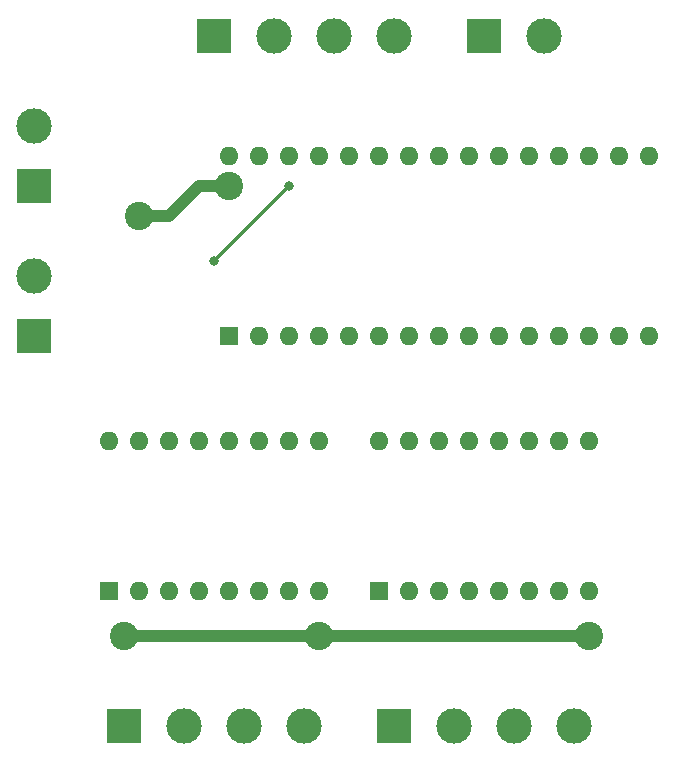
<source format=gbr>
%TF.GenerationSoftware,KiCad,Pcbnew,(6.0.7)*%
%TF.CreationDate,2022-08-10T04:04:00-07:00*%
%TF.ProjectId,pulse-pcb,70756c73-652d-4706-9362-2e6b69636164,rev?*%
%TF.SameCoordinates,Original*%
%TF.FileFunction,Copper,L2,Bot*%
%TF.FilePolarity,Positive*%
%FSLAX46Y46*%
G04 Gerber Fmt 4.6, Leading zero omitted, Abs format (unit mm)*
G04 Created by KiCad (PCBNEW (6.0.7)) date 2022-08-10 04:04:00*
%MOMM*%
%LPD*%
G01*
G04 APERTURE LIST*
%TA.AperFunction,ComponentPad*%
%ADD10R,3.000000X3.000000*%
%TD*%
%TA.AperFunction,ComponentPad*%
%ADD11C,3.000000*%
%TD*%
%TA.AperFunction,ComponentPad*%
%ADD12R,1.600000X1.600000*%
%TD*%
%TA.AperFunction,ComponentPad*%
%ADD13O,1.600000X1.600000*%
%TD*%
%TA.AperFunction,ViaPad*%
%ADD14C,0.800000*%
%TD*%
%TA.AperFunction,ViaPad*%
%ADD15C,2.400000*%
%TD*%
%TA.AperFunction,Conductor*%
%ADD16C,1.000000*%
%TD*%
%TA.AperFunction,Conductor*%
%ADD17C,0.300000*%
%TD*%
G04 APERTURE END LIST*
D10*
%TO.P,JSTEP1,1,Pin_1*%
%TO.N,Net-(A1-Pad3)*%
X104140000Y-129540000D03*
D11*
%TO.P,JSTEP1,2,Pin_2*%
%TO.N,Net-(A1-Pad4)*%
X109220000Y-129540000D03*
%TO.P,JSTEP1,3,Pin_3*%
%TO.N,Net-(A1-Pad5)*%
X114300000Y-129540000D03*
%TO.P,JSTEP1,4,Pin_4*%
%TO.N,Net-(A1-Pad6)*%
X119380000Y-129540000D03*
%TD*%
D10*
%TO.P,JI2C1,1,Pin_1*%
%TO.N,Net-(JI2C1-Pad1)*%
X134620000Y-71120000D03*
D11*
%TO.P,JI2C1,2,Pin_2*%
%TO.N,Net-(JI2C1-Pad2)*%
X139700000Y-71120000D03*
%TD*%
D10*
%TO.P,JSTEP2,1,Pin_1*%
%TO.N,Net-(A2-Pad3)*%
X127000000Y-129540000D03*
D11*
%TO.P,JSTEP2,2,Pin_2*%
%TO.N,Net-(A2-Pad4)*%
X132080000Y-129540000D03*
%TO.P,JSTEP2,3,Pin_3*%
%TO.N,Net-(A2-Pad5)*%
X137160000Y-129540000D03*
%TO.P,JSTEP2,4,Pin_4*%
%TO.N,Net-(A2-Pad6)*%
X142240000Y-129540000D03*
%TD*%
D12*
%TO.P,A2,1,GND*%
%TO.N,/GND*%
X125730000Y-118100000D03*
D13*
%TO.P,A2,2,VDD*%
%TO.N,Net-(A1-Pad2)*%
X128270000Y-118100000D03*
%TO.P,A2,3,1B*%
%TO.N,Net-(A2-Pad3)*%
X130810000Y-118100000D03*
%TO.P,A2,4,1A*%
%TO.N,Net-(A2-Pad4)*%
X133350000Y-118100000D03*
%TO.P,A2,5,2A*%
%TO.N,Net-(A2-Pad5)*%
X135890000Y-118100000D03*
%TO.P,A2,6,2B*%
%TO.N,Net-(A2-Pad6)*%
X138430000Y-118100000D03*
%TO.P,A2,7,GND*%
%TO.N,/GND*%
X140970000Y-118100000D03*
%TO.P,A2,8,VMOT*%
%TO.N,/+12V*%
X143510000Y-118100000D03*
%TO.P,A2,9,~{ENABLE}*%
%TO.N,/GND*%
X143510000Y-105400000D03*
%TO.P,A2,10,MS1*%
%TO.N,unconnected-(A2-Pad10)*%
X140970000Y-105400000D03*
%TO.P,A2,11,MS2*%
%TO.N,unconnected-(A2-Pad11)*%
X138430000Y-105400000D03*
%TO.P,A2,12,MS3*%
%TO.N,unconnected-(A2-Pad12)*%
X135890000Y-105400000D03*
%TO.P,A2,13,~{RESET}*%
%TO.N,unconnected-(A2-Pad13)*%
X133350000Y-105400000D03*
%TO.P,A2,14,~{SLEEP}*%
%TO.N,unconnected-(A2-Pad14)*%
X130810000Y-105400000D03*
%TO.P,A2,15,STEP*%
%TO.N,Net-(A2-Pad15)*%
X128270000Y-105400000D03*
%TO.P,A2,16,DIR*%
%TO.N,Net-(A2-Pad16)*%
X125730000Y-105400000D03*
%TD*%
D12*
%TO.P,A1,1,GND*%
%TO.N,/GND*%
X102870000Y-118100000D03*
D13*
%TO.P,A1,2,VDD*%
%TO.N,Net-(A1-Pad2)*%
X105410000Y-118100000D03*
%TO.P,A1,3,1B*%
%TO.N,Net-(A1-Pad3)*%
X107950000Y-118100000D03*
%TO.P,A1,4,1A*%
%TO.N,Net-(A1-Pad4)*%
X110490000Y-118100000D03*
%TO.P,A1,5,2A*%
%TO.N,Net-(A1-Pad5)*%
X113030000Y-118100000D03*
%TO.P,A1,6,2B*%
%TO.N,Net-(A1-Pad6)*%
X115570000Y-118100000D03*
%TO.P,A1,7,GND*%
%TO.N,/GND*%
X118110000Y-118100000D03*
%TO.P,A1,8,VMOT*%
%TO.N,/+12V*%
X120650000Y-118100000D03*
%TO.P,A1,9,~{ENABLE}*%
%TO.N,/GND*%
X120650000Y-105400000D03*
%TO.P,A1,10,MS1*%
%TO.N,unconnected-(A1-Pad10)*%
X118110000Y-105400000D03*
%TO.P,A1,11,MS2*%
%TO.N,unconnected-(A1-Pad11)*%
X115570000Y-105400000D03*
%TO.P,A1,12,MS3*%
%TO.N,unconnected-(A1-Pad12)*%
X113030000Y-105400000D03*
%TO.P,A1,13,~{RESET}*%
%TO.N,unconnected-(A1-Pad13)*%
X110490000Y-105400000D03*
%TO.P,A1,14,~{SLEEP}*%
%TO.N,unconnected-(A1-Pad14)*%
X107950000Y-105400000D03*
%TO.P,A1,15,STEP*%
%TO.N,Net-(A1-Pad15)*%
X105410000Y-105400000D03*
%TO.P,A1,16,DIR*%
%TO.N,Net-(A1-Pad16)*%
X102870000Y-105400000D03*
%TD*%
D10*
%TO.P,JLED1,1,Pin_1*%
%TO.N,/+12V*%
X96520000Y-96520000D03*
D11*
%TO.P,JLED1,2,Pin_2*%
%TO.N,/GND*%
X96520000Y-91440000D03*
%TD*%
D10*
%TO.P,JV1,1,+12V*%
%TO.N,/+12V*%
X96520000Y-83820000D03*
D11*
%TO.P,JV1,2,GND*%
%TO.N,/GND*%
X96520000Y-78740000D03*
%TD*%
D12*
%TO.P,N1,1,D1/TX*%
%TO.N,unconnected-(N1-Pad1)*%
X113030000Y-96520000D03*
D13*
%TO.P,N1,2,D0/RX*%
%TO.N,unconnected-(N1-Pad2)*%
X115570000Y-96520000D03*
%TO.P,N1,3,~{RESET}*%
%TO.N,unconnected-(N1-Pad3)*%
X118110000Y-96520000D03*
%TO.P,N1,4,GND*%
%TO.N,/GND*%
X120650000Y-96520000D03*
%TO.P,N1,5,D2*%
%TO.N,unconnected-(N1-Pad5)*%
X123190000Y-96520000D03*
%TO.P,N1,6,D3*%
%TO.N,unconnected-(N1-Pad6)*%
X125730000Y-96520000D03*
%TO.P,N1,7,D4*%
%TO.N,Net-(JPIR1-Pad3)*%
X128270000Y-96520000D03*
%TO.P,N1,8,D5*%
%TO.N,Net-(A2-Pad15)*%
X130810000Y-96520000D03*
%TO.P,N1,9,D6*%
%TO.N,Net-(A2-Pad16)*%
X133350000Y-96520000D03*
%TO.P,N1,10,D7*%
%TO.N,Net-(A1-Pad15)*%
X135890000Y-96520000D03*
%TO.P,N1,11,D8*%
%TO.N,Net-(A1-Pad16)*%
X138430000Y-96520000D03*
%TO.P,N1,12,D9*%
%TO.N,unconnected-(N1-Pad12)*%
X140970000Y-96520000D03*
%TO.P,N1,13,D10*%
%TO.N,unconnected-(N1-Pad13)*%
X143510000Y-96520000D03*
%TO.P,N1,14,D11*%
%TO.N,unconnected-(N1-Pad14)*%
X146050000Y-96520000D03*
%TO.P,N1,15,D12*%
%TO.N,unconnected-(N1-Pad15)*%
X148590000Y-96520000D03*
%TO.P,N1,16,D13*%
%TO.N,unconnected-(N1-Pad16)*%
X148590000Y-81280000D03*
%TO.P,N1,17,3V3*%
%TO.N,unconnected-(N1-Pad17)*%
X146050000Y-81280000D03*
%TO.P,N1,18,AREF*%
%TO.N,unconnected-(N1-Pad18)*%
X143510000Y-81280000D03*
%TO.P,N1,19,A0*%
%TO.N,unconnected-(N1-Pad19)*%
X140970000Y-81280000D03*
%TO.P,N1,20,A1*%
%TO.N,unconnected-(N1-Pad20)*%
X138430000Y-81280000D03*
%TO.P,N1,21,A2*%
%TO.N,unconnected-(N1-Pad21)*%
X135890000Y-81280000D03*
%TO.P,N1,22,A3*%
%TO.N,unconnected-(N1-Pad22)*%
X133350000Y-81280000D03*
%TO.P,N1,23,A4*%
%TO.N,Net-(JI2C1-Pad1)*%
X130810000Y-81280000D03*
%TO.P,N1,24,A5*%
%TO.N,Net-(JI2C1-Pad2)*%
X128270000Y-81280000D03*
%TO.P,N1,25,A6*%
%TO.N,unconnected-(N1-Pad25)*%
X125730000Y-81280000D03*
%TO.P,N1,26,A7*%
%TO.N,unconnected-(N1-Pad26)*%
X123190000Y-81280000D03*
%TO.P,N1,27,+5V*%
%TO.N,Net-(A1-Pad2)*%
X120650000Y-81280000D03*
%TO.P,N1,28,~{RESET}*%
%TO.N,unconnected-(N1-Pad28)*%
X118110000Y-81280000D03*
%TO.P,N1,29,GND*%
%TO.N,/GND*%
X115570000Y-81280000D03*
%TO.P,N1,30,VIN*%
%TO.N,/+12V*%
X113030000Y-81280000D03*
%TD*%
D10*
%TO.P,JPIR1,1,Pin_1*%
%TO.N,unconnected-(JPIR1-Pad1)*%
X111760000Y-71120000D03*
D11*
%TO.P,JPIR1,2,Pin_2*%
%TO.N,/GND*%
X116840000Y-71120000D03*
%TO.P,JPIR1,3,Pin_3*%
%TO.N,Net-(JPIR1-Pad3)*%
X121920000Y-71120000D03*
%TO.P,JPIR1,4,Pin_4*%
%TO.N,Net-(A1-Pad2)*%
X127000000Y-71120000D03*
%TD*%
D14*
%TO.N,Net-(A1-Pad2)*%
X118110000Y-83820000D03*
X111760000Y-90170000D03*
D15*
%TO.N,/+12V*%
X113030000Y-83820000D03*
X105410000Y-86360000D03*
X120650000Y-121920000D03*
X143510000Y-121920000D03*
X104140000Y-121920000D03*
%TD*%
D16*
%TO.N,/+12V*%
X110490000Y-83820000D02*
X113030000Y-83820000D01*
X107950000Y-86360000D02*
X110490000Y-83820000D01*
X105410000Y-86360000D02*
X107950000Y-86360000D01*
D17*
%TO.N,Net-(A1-Pad2)*%
X111760000Y-90170000D02*
X118110000Y-83820000D01*
D16*
%TO.N,/+12V*%
X143510000Y-121920000D02*
X120650000Y-121920000D01*
X104140000Y-121920000D02*
X120650000Y-121920000D01*
%TD*%
M02*

</source>
